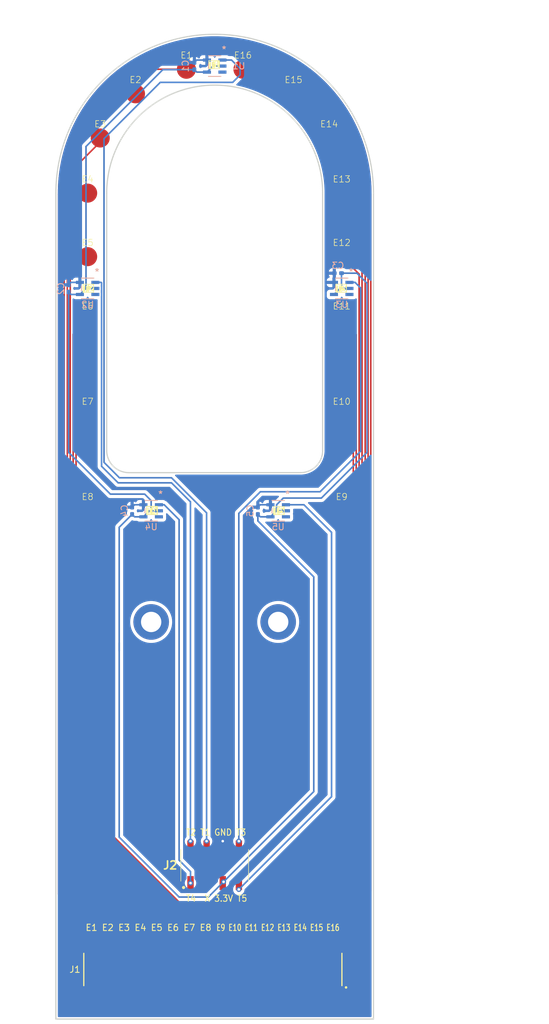
<source format=kicad_pcb>
(kicad_pcb (version 20221018) (generator pcbnew)
  (layers (0 "F.Cu" signal) (31 "B.Cu" signal) (34 "B.Paste" user) (35 "F.Paste" user) (36 "B.SilkS" user "B.Silkscreen") (37 "F.SilkS" user "F.Silkscreen") (38 "B.Mask" user) (39 "F.Mask" user) (44 "Edge.Cuts" user))
  (net 0 "")
  (net 1 "/E1")
  (net 2 "/E2")
  (net 3 "/E3")
  (net 4 "/E4")
  (net 5 "/E5")
  (net 6 "/E6")
  (net 7 "/E7")
  (net 8 "/E8")
  (net 9 "/E9")
  (net 10 "/E10")
  (net 11 "/E11")
  (net 12 "/E12")
  (net 13 "/E13")
  (net 14 "/E14")
  (net 15 "/E15")
  (net 16 "/E16")
  (net 24 "unconnected-(J1-Pad15)")
  (net 25 "unconnected-(J1-Pad17)")
  (net 26 "unconnected-(J1-Pad19)")
  (net 27 "unconnected-(J1-Pad21)")
  (net 28 "unconnected-(J1-Pad23)")
  (net 32 "unconnected-(J1-Pad31)")
  (net 38 "+3.3V")
  (net 39 "GND")
  (net 40 "/T1")
  (net 41 "/T2")
  (net 42 "/T3")
  (net 43 "/T4")
  (net 44 "/T5")
  (footprint "MasterThesis_library:Electrode" (layer "F.Cu") (at 99.2 59.1)
    (fp_text reference "E5" (at 0 -2.2 unlocked) (layer "F.SilkS") (effects (font (thickness 0.1))))
    (fp_text value "~" hide)
    (pad "1" smd circle locked (at 0 0) (size 3 3) (layers "F.Cu" "F.Paste" "F.Mask") (net 4 "/E4"))
  )
  (footprint "MountingHole:MountingHole_3.2mm_M3_DIN965_Pad" (layer "F.Cu") (at 109.2 116.6)
    (fp_text reference "H1" hide)
    (fp_text value "MountingHole" hide)
    (pad "1" thru_hole circle locked (at 0 0) (size 5.6 5.6) (drill 3.2) (layers "*.Cu" "*.Mask"))
  )
  (footprint "MasterThesis_library:Electrode" (layer "F.Cu") (at 123.65 29.601)
    (fp_text reference "E16" (at 0 -2.2 unlocked) (layer "F.SilkS") (effects (font (thickness 0.1))))
    (fp_text value "~" hide)
    (pad "1" smd circle locked (at 0 0) (size 3 3) (layers "F.Cu" "F.Paste" "F.Mask") (net 9 "/E9"))
  )
  (footprint "MasterThesis_library:Electrode" (layer "F.Cu") (at 139.2 49.1)
    (fp_text reference "E13" (at 0 -2.2 unlocked) (layer "F.SilkS") (effects (font (thickness 0.1))))
    (fp_text value "~" hide)
    (pad "1" smd circle locked (at 0 0) (size 3 3) (layers "F.Cu" "F.Paste" "F.Mask") (net 12 "/E12"))
  )
  (footprint "MasterThesis_library:SAMTEC_SSM-116-L-DV_16x2_SMD_FemaleHeader" (layer "F.Cu") (at 118.9125 171.3)
    (fp_text reference "J1" (at -21.7125 0) (layer "F.SilkS"))
    (fp_text value "SSM-116-L-DV_16x2_FemaleHeader_SMD" hide)
    (fp_line (start -20.32 2.54) (end -20.32 -2.54) (stroke (width 0.2)) (layer "F.SilkS"))
    (fp_line (start 20.32 -2.54) (end 20.32 2.54) (stroke (width 0.2)) (layer "F.SilkS"))
    (fp_circle (center 20.97 2.825) (end 21.07 2.825) (stroke (width 0.2)) (fill none) (layer "F.SilkS"))
    (pad "01" smd rect locked (at 19.05 3.2025) (size 1.3 3.755) (layers "F.Cu" "F.Paste" "F.Mask"))
    (pad "02" smd rect locked (at 19.05 -3.2025) (size 1.3 3.755) (layers "F.Cu" "F.Paste" "F.Mask") (net 9 "/E9"))
    (pad "03" smd rect locked (at 16.51 3.2025) (size 1.3 3.755) (layers "F.Cu" "F.Paste" "F.Mask"))
    (pad "04" smd rect locked (at 16.51 -3.2025) (size 1.3 3.755) (layers "F.Cu" "F.Paste" "F.Mask") (net 10 "/E10"))
    (pad "05" smd rect locked (at 13.97 3.2025) (size 1.3 3.755) (layers "F.Cu" "F.Paste" "F.Mask"))
    (pad "06" smd rect locked (at 13.97 -3.2025) (size 1.3 3.755) (layers "F.Cu" "F.Paste" "F.Mask") (net 11 "/E11"))
    (pad "07" smd rect locked (at 11.43 3.2025) (size 1.3 3.755) (layers "F.Cu" "F.Paste" "F.Mask"))
    (pad "08" smd rect locked (at 11.43 -3.2025) (size 1.3 3.755) (layers "F.Cu" "F.Paste" "F.Mask") (net 12 "/E12"))
    (pad "09" smd rect locked (at 8.89 3.2025) (size 1.3 3.755) (layers "F.Cu" "F.Paste" "F.Mask"))
    (pad "10" smd rect locked (at 8.89 -3.2025) (size 1.3 3.755) (layers "F.Cu" "F.Paste" "F.Mask") (net 13 "/E13"))
    (pad "11" smd rect locked (at 6.35 3.2025) (size 1.3 3.755) (layers "F.Cu" "F.Paste" "F.Mask"))
    (pad "12" smd rect locked (at 6.35 -3.2025) (size 1.3 3.755) (layers "F.Cu" "F.Paste" "F.Mask") (net 14 "/E14"))
    (pad "13" smd rect locked (at 3.81 3.2025) (size 1.3 3.755) (layers "F.Cu" "F.Paste" "F.Mask"))
    (pad "14" smd rect locked (at 3.81 -3.2025) (size 1.3 3.755) (layers "F.Cu" "F.Paste" "F.Mask") (net 15 "/E15"))
    (pad "15" smd rect locked (at 1.27 3.2025) (size 1.3 3.755) (layers "F.Cu" "F.Paste" "F.Mask") (net 24 "unconnected-(J1-Pad15)"))
    (pad "16" smd rect locked (at 1.27 -3.2025) (size 1.3 3.755) (layers "F.Cu" "F.Paste" "F.Mask") (net 16 "/E16"))
    (pad "17" smd rect locked (at -1.27 3.2025) (size 1.3 3.755) (layers "F.Cu" "F.Paste" "F.Mask") (net 25 "unconnected-(J1-Pad17)"))
    (pad "18" smd rect locked (at -1.27 -3.2025) (size 1.3 3.755) (layers "F.Cu" "F.Paste" "F.Mask") (net 1 "/E1"))
    (pad "19" smd rect locked (at -3.81 3.2025) (size 1.3 3.755) (layers "F.Cu" "F.Paste" "F.Mask") (net 26 "unconnected-(J1-Pad19)"))
    (pad "20" smd rect locked (at -3.81 -3.2025) (size 1.3 3.755) (layers "F.Cu" "F.Paste" "F.Mask") (net 2 "/E2"))
    (pad "21" smd rect locked (at -6.35 3.2025) (size 1.3 3.755) (layers "F.Cu" "F.Paste" "F.Mask") (net 27 "unconnected-(J1-Pad21)"))
    (pad "22" smd rect locked (at -6.35 -3.2025) (size 1.3 3.755) (layers "F.Cu" "F.Paste" "F.Mask") (net 3 "/E3"))
    (pad "23" smd rect locked (at -8.89 3.2025) (size 1.3 3.755) (layers "F.Cu" "F.Paste" "F.Mask") (net 28 "unconnected-(J1-Pad23)"))
    (pad "24" smd rect locked (at -8.89 -3.2025) (size 1.3 3.755) (layers "F.Cu" "F.Paste" "F.Mask") (net 4 "/E4"))
    (pad "25" smd rect locked (at -11.43 3.2025) (size 1.3 3.755) (layers "F.Cu" "F.Paste" "F.Mask"))
    (pad "26" smd rect locked (at -11.43 -3.2025) (size 1.3 3.755) (layers "F.Cu" "F.Paste" "F.Mask") (net 5 "/E5"))
    (pad "27" smd rect locked (at -13.97 3.2025) (size 1.3 3.755) (layers "F.Cu" "F.Paste" "F.Mask"))
    (pad "28" smd rect locked (at -13.97 -3.2025) (size 1.3 3.755) (layers "F.Cu" "F.Paste" "F.Mask") (net 6 "/E6"))
    (pad "29" smd rect locked (at -16.51 3.2025) (size 1.3 3.755) (layers "F.Cu" "F.Paste" "F.Mask"))
    (pad "30" smd rect locked (at -16.51 -3.2025) (size 1.3 3.755) (layers "F.Cu" "F.Paste" "F.Mask") (net 7 "/E7"))
    (pad "31" smd rect locked (at -19.05 3.2025) (size 1.3 3.755) (layers "F.Cu" "F.Paste" "F.Mask") (net 32 "unconnected-(J1-Pad31)"))
    (pad "32" smd rect locked (at -19.05 -3.2025) (size 1.3 3.755) (layers "F.Cu" "F.Paste" "F.Mask") (net 8 "/E8"))
  )
  (footprint "MasterThesis_library:Electrode" (layer "F.Cu") (at 131.62 33.463)
    (fp_text reference "E15" (at 0 -2.2 unlocked) (layer "F.SilkS") (effects (font (thickness 0.1))))
    (fp_text value "~" hide)
    (pad "1" smd circle locked (at 0 0) (size 3 3) (layers "F.Cu" "F.Paste" "F.Mask") (net 10 "/E10"))
  )
  (footprint "MasterThesis_library:Electrode" (layer "F.Cu") (at 114.75 29.601)
    (fp_text reference "E1" (at 0 -2.2 unlocked) (layer "F.SilkS") (effects (font (thickness 0.1))))
    (fp_text value "~" hide)
    (pad "1" smd circle locked (at 0 0) (size 3 3) (layers "F.Cu" "F.Paste" "F.Mask") (net 8 "/E8"))
  )
  (footprint "MountingHole:MountingHole_3.2mm_M3_DIN965_Pad" (layer "F.Cu") (at 129.2 116.6)
    (fp_text reference "H2" hide)
    (fp_text value "MountingHole" hide)
    (pad "1" thru_hole circle locked (at 0 0) (size 5.6 5.6) (drill 3.2) (layers "*.Cu" "*.Mask"))
  )
  (footprint "MasterThesis_library:Electrode" (layer "F.Cu") (at 139.2 59.1)
    (fp_text reference "E12" (at 0 -2.2 unlocked) (layer "F.SilkS") (effects (font (thickness 0.1))))
    (fp_text value "~" hide)
    (pad "1" smd circle locked (at 0 0) (size 3 3) (layers "F.Cu" "F.Paste" "F.Mask") (net 13 "/E13"))
  )
  (footprint "MasterThesis_library:Electrode" (layer "F.Cu") (at 99.2 99.1)
    (fp_text reference "E8" (at 0 -2.2 unlocked) (layer "F.SilkS") (effects (font (thickness 0.1))))
    (fp_text value "~" hide)
    (pad "1" smd circle locked (at 0 0) (size 3 3) (layers "F.Cu" "F.Paste" "F.Mask") (net 1 "/E1"))
  )
  (footprint "MasterThesis_library:Electrode" (layer "F.Cu") (at 99.2 49.1)
    (fp_text reference "E4" (at 0 -2.2 unlocked) (layer "F.SilkS") (effects (font (thickness 0.1))))
    (fp_text value "~" hide)
    (pad "1" smd circle locked (at 0 0) (size 3 3) (layers "F.Cu" "F.Paste" "F.Mask") (net 5 "/E5"))
  )
  (footprint "MasterThesis_library:Electrode" (layer "F.Cu") (at 139.2 84.1)
    (fp_text reference "E10" (at 0 -2.2 unlocked) (layer "F.SilkS") (effects (font (thickness 0.1))))
    (fp_text value "~" hide)
    (pad "1" smd circle locked (at 0 0) (size 3 3) (layers "F.Cu" "F.Paste" "F.Mask") (net 15 "/E15"))
  )
  (footprint "MasterThesis_library:Electrode" (layer "F.Cu") (at 99.2 84.1)
    (fp_text reference "E7" (at 0 -2.2 unlocked) (layer "F.SilkS") (effects (font (thickness 0.1))))
    (fp_text value "~" hide)
    (pad "1" smd circle locked (at 0 0) (size 3 3) (layers "F.Cu" "F.Paste" "F.Mask") (net 2 "/E2"))
  )
  (footprint "MasterThesis_library:Electrode" (layer "F.Cu") (at 106.73 33.463)
    (fp_text reference "E2" (at 0 -2.2 unlocked) (layer "F.SilkS") (effects (font (thickness 0.1))))
    (fp_text value "~" hide)
    (pad "1" smd circle locked (at 0 0) (size 3 3) (layers "F.Cu" "F.Paste" "F.Mask") (net 7 "/E7"))
  )
  (footprint "MasterThesis_library:61030821821_4x2_FemaleHeader_SMD" (layer "F.Cu") (at 119.2 154.9)
    (fp_text reference "J2" (at -7 0) (layer "F.SilkS") (effects (font (size 1.27 1.27) (thickness 0.254))))
    (fp_text value "61030821821_4x2_SMD_FemaleHeader" hide)
    (fp_line (start -5.33 -2.5) (end -5.33 2.5) (stroke (width 0.1)) (layer "F.SilkS"))
    (fp_line (start 5.33 -2.5) (end 5.33 2.5) (stroke (width 0.1)) (layer "F.SilkS"))
    (fp_circle (center -4.9 3.5) (end -4.7 3.5) (stroke (width 0.1)) (fill solid) (layer "F.SilkS"))
    (pad "1" smd rect locked (at -3.805 2.8) (size 1.01 2.2) (layers "F.Cu" "F.Paste" "F.Mask") (net 43 "/T4"))
    (pad "2" smd rect locked (at -3.81 -2.8) (size 1 2.2) (layers "F.Cu" "F.Paste" "F.Mask") (net 41 "/T2"))
    (pad "3" smd rect locked (at -1.27 2.8) (size 1 2.2) (layers "F.Cu" "F.Paste" "F.Mask"))
    (pad "4" smd rect locked (at -1.27 -2.8) (size 1 2.2) (layers "F.Cu" "F.Paste" "F.Mask") (net 40 "/T1"))
    (pad "5" smd rect locked (at 1.27 2.8) (size 1 2.2) (layers "F.Cu" "F.Paste" "F.Mask") (net 38 "+3.3V"))
    (pad "6" smd rect locked (at 1.27 -2.8) (size 1 2.2) (layers "F.Cu" "F.Paste" "F.Mask") (net 39 "GND"))
    (pad "7" smd rect locked (at 3.81 2.8) (size 1 2.2) (layers "F.Cu" "F.Paste" "F.Mask") (net 44 "/T5"))
    (pad "8" smd rect locked (at 3.81 -2.8) (size 1 2.2) (layers "F.Cu" "F.Paste" "F.Mask") (net 42 "/T3"))
  )
  (footprint "MasterThesis_library:Electrode" (layer "F.Cu") (at 99.2 69.1)
    (fp_text reference "E6" (at 0 -2.2 unlocked) (layer "F.SilkS") (effects (font (thickness 0.1))))
    (fp_text value "~" hide)
    (pad "1" smd circle locked (at 0 0) (size 3 3) (layers "F.Cu" "F.Paste" "F.Mask") (net 3 "/E3"))
  )
  (footprint "MasterThesis_library:Electrode" (layer "F.Cu") (at 137.219 40.422)
    (fp_text reference "E14" (at 0 -2.2 unlocked) (layer "F.SilkS") (effects (font (thickness 0.1))))
    (fp_text value "~" hide)
    (pad "1" smd circle locked (at 0 0) (size 3 3) (layers "F.Cu" "F.Paste" "F.Mask") (net 11 "/E11"))
  )
  (footprint "MasterThesis_library:Electrode" (layer "F.Cu") (at 139.2 99.1)
    (fp_text reference "E9" (at 0 -2.2 unlocked) (layer "F.SilkS") (effects (font (thickness 0.1))))
    (fp_text value "~" hide)
    (pad "1" smd circle locked (at 0 0) (size 3 3) (layers "F.Cu" "F.Paste" "F.Mask") (net 16 "/E16"))
  )
  (footprint "MasterThesis_library:Electrode" (layer "F.Cu") (at 101.181 40.422)
    (fp_text reference "E3" (at 0 -2.2 unlocked) (layer "F.SilkS") (effects (font (thickness 0.1))))
    (fp_text value "~" hide)
    (pad "1" smd circle locked (at 0 0) (size 3 3) (layers "F.Cu" "F.Paste" "F.Mask") (net 6 "/E6"))
  )
  (footprint "MasterThesis_library:Electrode" (layer "F.Cu") (at 139.2 69.1)
    (fp_text reference "E11" (at 0 -2.2 unlocked) (layer "F.SilkS") (effects (font (thickness 0.1))))
    (fp_text value "~" hide)
    (pad "1" smd circle locked (at 0 0) (size 3 3) (layers "F.Cu" "F.Paste" "F.Mask") (net 14 "/E14"))
  )
  (footprint "MasterThesis_library:TMP37" (layer "B.Cu") (at 109.2 99.1 180)
    (fp_text reference "U4" (at 0 -2.54 unlocked) (layer "B.SilkS") (effects (justify mirror)))
    (fp_text value "TMP37GRTZ-REEL7" hide)
    (fp_text user "*" (at -1.4732 2.601) (layer "B.SilkS") (effects (justify mirror)))
    (fp_line (start -0.9779 -1.6256) (end 0.9779 -1.6256) (stroke (width 0.1524)) (layer "B.SilkS"))
    (fp_line (start 0.9779 -0.363261) (end 0.9779 0.363261) (stroke (width 0.1524)) (layer "B.SilkS"))
    (fp_line (start 0.9779 1.6256) (end -0.9779 1.6256) (stroke (width 0.1524)) (layer "B.SilkS"))
    (pad "1" smd rect locked (at -1.2192 0.950001 180) (size 1.27 0.508) (layers "B.Cu" "B.Paste" "B.Mask") (net 43 "/T4"))
    (pad "2" smd rect locked (at -1.2192 0 180) (size 1.27 0.508) (layers "B.Cu" "B.Paste" "B.Mask") (net 38 "+3.3V"))
    (pad "3" smd rect locked (at -1.2192 -0.950001 180) (size 1.27 0.508) (layers "B.Cu" "B.Paste" "B.Mask"))
    (pad "4" smd rect locked (at 1.2192 -0.950001 180) (size 1.27 0.508) (layers "B.Cu" "B.Paste" "B.Mask") (net 38 "+3.3V"))
    (pad "5" smd rect locked (at 1.2192 0.950001 180) (size 1.27 0.508) (layers "B.Cu" "B.Paste" "B.Mask") (net 39 "GND"))
  )
  (footprint "Capacitor_SMD:C_0402_1005Metric_Pad0.74x0.62mm_HandSolder" (layer "B.Cu") (at 126 99.1 90)
    (fp_text reference "C5" (at 0 -1.2 -90) (layer "B.SilkS") (effects (justify mirror)))
    (fp_text value "C")
    (pad "1" smd roundrect (at -0.5675 0 90) (size 0.735 0.62) (layers "B.Cu" "B.Paste" "B.Mask") (net 38 "+3.3V"))
    (pad "2" smd roundrect (at 0.5675 0 90) (size 0.735 0.62) (layers "B.Cu" "B.Paste" "B.Mask") (net 39 "GND"))
  )
  (footprint "MasterThesis_library:TMP37" (layer "B.Cu") (at 119.2 29.1 180)
    (fp_text reference "U1" (at -3.8 0 unlocked) (layer "B.SilkS") (effects (justify mirror)))
    (fp_text value "TMP37GRTZ-REEL7" hide)
    (fp_text user "*" (at -1.4732 2.601) (layer "B.SilkS") (effects (justify mirror)))
    (fp_line (start -0.9779 -1.6256) (end 0.9779 -1.6256) (stroke (width 0.1524)) (layer "B.SilkS"))
    (fp_line (start 0.9779 -0.363261) (end 0.9779 0.363261) (stroke (width 0.1524)) (layer "B.SilkS"))
    (fp_line (start 0.9779 1.6256) (end -0.9779 1.6256) (stroke (width 0.1524)) (layer "B.SilkS"))
    (pad "1" smd rect locked (at -1.2192 0.950001 180) (size 1.27 0.508) (layers "B.Cu" "B.Paste" "B.Mask") (net 40 "/T1"))
    (pad "2" smd rect locked (at -1.2192 0 180) (size 1.27 0.508) (layers "B.Cu" "B.Paste" "B.Mask") (net 38 "+3.3V"))
    (pad "3" smd rect locked (at -1.2192 -0.950001 180) (size 1.27 0.508) (layers "B.Cu" "B.Paste" "B.Mask"))
    (pad "4" smd rect locked (at 1.2192 -0.950001 180) (size 1.27 0.508) (layers "B.Cu" "B.Paste" "B.Mask") (net 38 "+3.3V"))
    (pad "5" smd rect locked (at 1.2192 0.950001 180) (size 1.27 0.508) (layers "B.Cu" "B.Paste" "B.Mask") (net 39 "GND"))
  )
  (footprint "MasterThesis_library:TMP37" (layer "B.Cu") (at 99.2 64.1 180)
    (fp_text reference "U2" (at 0 -2.54 unlocked) (layer "B.SilkS") (effects (justify mirror)))
    (fp_text value "TMP37GRTZ-REEL7" hide)
    (fp_text user "*" (at -1.4732 2.601) (layer "B.SilkS") (effects (justify mirror)))
    (fp_line (start -0.9779 -1.6256) (end 0.9779 -1.6256) (stroke (width 0.1524)) (layer "B.SilkS"))
    (fp_line (start 0.9779 -0.363261) (end 0.9779 0.363261) (stroke (width 0.1524)) (layer "B.SilkS"))
    (fp_line (start 0.9779 1.6256) (end -0.9779 1.6256) (stroke (width 0.1524)) (layer "B.SilkS"))
    (pad "1" smd rect locked (at -1.2192 0.950001 180) (size 1.27 0.508) (layers "B.Cu" "B.Paste" "B.Mask") (net 41 "/T2"))
    (pad "2" smd rect locked (at -1.2192 0 180) (size 1.27 0.508) (layers "B.Cu" "B.Paste" "B.Mask") (net 38 "+3.3V"))
    (pad "3" smd rect locked (at -1.2192 -0.950001 180) (size 1.27 0.508) (layers "B.Cu" "B.Paste" "B.Mask"))
    (pad "4" smd rect locked (at 1.2192 -0.950001 180) (size 1.27 0.508) (layers "B.Cu" "B.Paste" "B.Mask") (net 38 "+3.3V"))
    (pad "5" smd rect locked (at 1.2192 0.950001 180) (size 1.27 0.508) (layers "B.Cu" "B.Paste" "B.Mask") (net 39 "GND"))
  )
  (footprint "Capacitor_SMD:C_0402_1005Metric_Pad0.74x0.62mm_HandSolder" (layer "B.Cu") (at 116 29.1 90)
    (fp_text reference "C1" (at 0 -1.4 -90) (layer "B.SilkS") (effects (justify mirror)))
    (fp_text value "C")
    (pad "1" smd roundrect (at -0.5675 0 90) (size 0.735 0.62) (layers "B.Cu" "B.Paste" "B.Mask") (net 38 "+3.3V"))
    (pad "2" smd roundrect (at 0.5675 0 90) (size 0.735 0.62) (layers "B.Cu" "B.Paste" "B.Mask") (net 39 "GND"))
  )
  (footprint "MasterThesis_library:TMP37" (layer "B.Cu") (at 129.2 99.1 180)
    (fp_text reference "U5" (at 0 -2.54 unlocked) (layer "B.SilkS") (effects (justify mirror)))
    (fp_text value "TMP37GRTZ-REEL7" hide)
    (fp_text user "*" (at -1.4732 2.601) (layer "B.SilkS") (effects (justify mirror)))
    (fp_line (start -0.9779 -1.6256) (end 0.9779 -1.6256) (stroke (width 0.1524)) (layer "B.SilkS"))
    (fp_line (start 0.9779 -0.363261) (end 0.9779 0.363261) (stroke (width 0.1524)) (layer "B.SilkS"))
    (fp_line (start 0.9779 1.6256) (end -0.9779 1.6256) (stroke (width 0.1524)) (layer "B.SilkS"))
    (pad "1" smd rect locked (at -1.2192 0.950001 180) (size 1.27 0.508) (layers "B.Cu" "B.Paste" "B.Mask") (net 44 "/T5"))
    (pad "2" smd rect locked (at -1.2192 0 180) (size 1.27 0.508) (layers "B.Cu" "B.Paste" "B.Mask") (net 38 "+3.3V"))
    (pad "3" smd rect locked (at -1.2192 -0.950001 180) (size 1.27 0.508) (layers "B.Cu" "B.Paste" "B.Mask"))
    (pad "4" smd rect locked (at 1.2192 -0.950001 180) (size 1.27 0.508) (layers "B.Cu" "B.Paste" "B.Mask") (net 38 "+3.3V"))
    (pad "5" smd rect locked (at 1.2192 0.950001 180) (size 1.27 0.508) (layers "B.Cu" "B.Paste" "B.Mask") (net 39 "GND"))
  )
  (footprint "MasterThesis_library:TMP37" (layer "B.Cu") (at 139.2 64.1 180)
    (fp_text reference "U3" (at 0 -2.54 unlocked) (layer "B.SilkS") (effects (justify mirror)))
    (fp_text value "TMP37GRTZ-REEL7" hide)
    (fp_text user "*" (at -1.4732 2.601 unlocked) (layer "B.SilkS") (effects (justify mirror)))
    (fp_line (start -0.9779 -1.6256) (end 0.9779 -1.6256) (stroke (width 0.1524)) (layer "B.SilkS"))
    (fp_line (start 0.9779 -0.363261) (end 0.9779 0.363261) (stroke (width 0.1524)) (layer "B.SilkS"))
    (fp_line (start 0.9779 1.6256) (end -0.9779 1.6256) (stroke (width 0.1524)) (layer "B.SilkS"))
    (pad "1" smd rect locked (at -1.2192 0.950001 180) (size 1.27 0.508) (layers "B.Cu" "B.Paste" "B.Mask") (net 42 "/T3"))
    (pad "2" smd rect locked (at -1.2192 0 180) (size 1.27 0.508) (layers "B.Cu" "B.Paste" "B.Mask") (net 38 "+3.3V"))
    (pad "3" smd rect locked (at -1.2192 -0.950001 180) (size 1.27 0.508) (layers "B.Cu" "B.Paste" "B.Mask"))
    (pad "4" smd rect locked (at 1.2192 -0.950001 180) (size 1.27 0.508) (layers "B.Cu" "B.Paste" "B.Mask") (net 38 "+3.3V"))
    (pad "5" smd rect locked (at 1.2192 0.950001 180) (size 1.27 0.508) (layers "B.Cu" "B.Paste" "B.Mask") (net 39 "GND"))
  )
  (footprint "Capacitor_SMD:C_0402_1005Metric_Pad0.74x0.62mm_HandSolder" (layer "B.Cu") (at 138.6 61.7 180)
    (fp_text reference "C3" (at 0 1.2) (layer "B.SilkS") (effects (justify mirror)))
    (fp_text value "C")
    (pad "1" smd roundrect (at -0.5675 0 180) (size 0.735 0.62) (layers "B.Cu" "B.Paste" "B.Mask") (net 38 "+3.3V"))
    (pad "2" smd roundrect (at 0.5675 0 180) (size 0.735 0.62) (layers "B.Cu" "B.Paste" "B.Mask") (net 39 "GND"))
  )
  (footprint "Capacitor_SMD:C_0402_1005Metric_Pad0.74x0.62mm_HandSolder" (layer "B.Cu") (at 96.2 64.1 90)
    (fp_text reference "C2" (at -0.0325 -1.2 -90) (layer "B.SilkS") (effects (justify mirror)))
    (fp_text value "C")
    (pad "1" smd roundrect (at -0.5675 0 90) (size 0.735 0.62) (layers "B.Cu" "B.Paste" "B.Mask") (net 38 "+3.3V"))
    (pad "2" smd roundrect (at 0.5675 0 90) (size 0.735 0.62) (layers "B.Cu" "B.Paste" "B.Mask") (net 39 "GND"))
  )
  (footprint "Capacitor_SMD:C_0402_1005Metric_Pad0.74x0.62mm_HandSolder" (layer "B.Cu") (at 106.2 99.1 90)
    (fp_text reference "C4" (at 0 -1.2 -90) (layer "B.SilkS") (effects (justify mirror)))
    (fp_text value "C")
    (pad "1" smd roundrect (at -0.5675 0 90) (size 0.735 0.62) (layers "B.Cu" "B.Paste" "B.Mask") (net 38 "+3.3V"))
    (pad "2" smd roundrect (at 0.5675 0 90) (size 0.735 0.62) (layers "B.Cu" "B.Paste" "B.Mask") (net 39 "GND"))
  )
  (gr_arc (start 105.7 93.1) (mid 103.225126 92.074874) (end 102.2 89.6) (stroke (width 0.2)) (layer "Edge.Cuts"))
  (gr_line (start 136.2 49.1) (end 136.2 89.6) (stroke (width 0.2)) (layer "Edge.Cuts"))
  (gr_line (start 132.7 93.1) (end 105.7 93.1) (stroke (width 0.2)) (layer "Edge.Cuts"))
  (gr_arc (start 136.2 89.6) (mid 135.174874 92.074874) (end 132.7 93.1) (stroke (width 0.2)) (layer "Edge.Cuts"))
  (gr_line (start 94.2 179.1) (end 144.2 179.1) (stroke (width 0.2)) (layer "Edge.Cuts"))
  (gr_line (start 144.2 179.1) (end 144.2 49.1) (stroke (width 0.2)) (layer "Edge.Cuts"))
  (gr_arc (start 102.2 49.1) (mid 119.2 32.1) (end 136.2 49.1) (stroke (width 0.2)) (layer "Edge.Cuts"))
  (gr_arc (start 94.2 49.1) (mid 119.2 24.1) (end 144.2 49.1) (stroke (width 0.2)) (layer "Edge.Cuts"))
  (gr_line (start 94.2 49.1) (end 94.2 179.1) (stroke (width 0.2)) (layer "Edge.Cuts"))
  (gr_line (start 102.2 89.6) (end 102.2 49.1) (stroke (width 0.2)) (layer "Edge.Cuts"))
  (gr_text "T2" (at 98.4 64.7) (layer "F.SilkS" knockout) (effects (font (size 1 1)) (justify left bottom)))
  (gr_text "T5" (at 128.4 99.7) (layer "F.SilkS" knockout) (effects (font (size 1 1)) (justify left bottom)))
  (gr_text "E9 E10 E11 E12 E13 E14 E15 E16" (at 119.4 165.3) (layer "F.SilkS") (effects (font (size 1 0.72)) (justify left bottom)))
  (gr_text "T4  X 3.3V T5" (at 114.6 160.7) (layer "F.SilkS") (effects (font (size 1 0.9)) (justify left bottom)))
  (gr_text "T4" (at 108.4 99.7) (layer "F.SilkS" knockout) (effects (font (size 1 1)) (justify left bottom)))
  (gr_text "T2 T1 GND T3" (at 114.6 150.3) (layer "F.SilkS") (effects (font (size 1 0.9)) (justify left bottom)))
  (gr_text "E1 E2 E3 E4 E5 E6 E7 E8" (at 98.8 165.3) (layer "F.SilkS") (effects (font (size 1 0.98)) (justify left bottom)))
  (gr_text "T3" (at 138.2 64.7) (layer "F.SilkS" knockout) (effects (font (size 1 1)) (justify left bottom)))
  (gr_text "T1" (at 118.2 29.5) (layer "F.SilkS" knockout) (effects (font (size 1 1)) (justify left bottom)))
  (segment (start 99.2 99.1) (end 99.2 146.3) (width 0.25) (layer "F.Cu") (net 1))
  (segment (start 117.6425 164.7425) (end 117.6425 168.0975) (width 0.25) (layer "F.Cu") (net 1))
  (segment (start 99.2 146.3) (end 117.6425 164.7425) (width 0.25) (layer "F.Cu") (net 1))
  (segment (start 97.375 147.20875) (end 115.1025 164.93625) (width 0.25) (layer "F.Cu") (net 2))
  (segment (start 115.1025 164.93625) (end 115.1025 168.0975) (width 0.25) (layer "F.Cu") (net 2))
  (segment (start 97.375 85.925) (end 97.375 147.20875) (width 0.25) (layer "F.Cu") (net 2))
  (segment (start 99.2 84.1) (end 97.375 85.925) (width 0.25) (layer "F.Cu") (net 2))
  (segment (start 96.916665 149.116665) (end 112.5625 164.7625) (width 0.25) (layer "F.Cu") (net 3))
  (segment (start 112.5625 164.7625) (end 112.5625 168.0975) (width 0.25) (layer "F.Cu") (net 3))
  (segment (start 99.2 69.1) (end 96.998 71.302) (width 0.25) (layer "F.Cu") (net 3))
  (segment (start 96.916665 71.302) (end 96.916665 149.116665) (width 0.25) (layer "F.Cu") (net 3))
  (segment (start 96.458332 61.841668) (end 96.458332 151.158332) (width 0.25) (layer "F.Cu") (net 4))
  (segment (start 96.458332 151.158332) (end 110.0225 164.7225) (width 0.25) (layer "F.Cu") (net 4))
  (segment (start 110.0225 164.7225) (end 110.0225 168.0975) (width 0.25) (layer "F.Cu") (net 4))
  (segment (start 99.2 59.1) (end 96.458332 61.841668) (width 0.25) (layer "F.Cu") (net 4))
  (segment (start 95.999999 52.300001) (end 99.2 49.1) (width 0.25) (layer "F.Cu") (net 5))
  (segment (start 107.4825 168.0975) (end 107.4825 164.7825) (width 0.25) (layer "F.Cu") (net 5))
  (segment (start 107.4825 164.7825) (end 95.999999 153.299999) (width 0.25) (layer "F.Cu") (net 5))
  (segment (start 95.999999 52.6) (end 95.999999 52.300001) (width 0.25) (layer "F.Cu") (net 5))
  (segment (start 95.999999 153.299999) (end 95.999999 52.5) (width 0.25) (layer "F.Cu") (net 5))
  (segment (start 101.181 40.422) (end 101.181 41.049716) (width 0.25) (layer "F.Cu") (net 6))
  (segment (start 104.9425 164.7425) (end 104.9425 168.0975) (width 0.25) (layer "F.Cu") (net 6))
  (segment (start 101.181 41.049716) (end 95.5 46.730716) (width 0.25) (layer "F.Cu") (net 6))
  (segment (start 95.5 46.730716) (end 95.5 155.3) (width 0.25) (layer "F.Cu") (net 6))
  (segment (start 95.5 155.3) (end 104.9425 164.7425) (width 0.25) (layer "F.Cu") (net 6))
  (segment (start 95.23867 45.743251) (end 95.391065 44.793287) (width 0.25) (layer "F.Cu") (net 7))
  (segment (start 95.046 47.700853) (end 95.047721 47.657593) (width 0.25) (layer "F.Cu") (net 7))
  (segment (start 96.523302 40.676698) (end 103.737 33.463) (width 0.25) (layer "F.Cu") (net 7))
  (segment (start 102.4025 164.7025) (end 95.046 157.346) (width 0.25) (layer "F.Cu") (net 7))
  (segment (start 95.124161 46.698519) (end 95.23867 45.743251) (width 0.25) (layer "F.Cu") (net 7))
  (segment (start 102.4025 168.0975) (end 102.4025 164.7025) (width 0.25) (layer "F.Cu") (net 7))
  (segment (start 96.373819 41.076374) (end 96.523302 40.676698) (width 0.25) (layer "F.Cu") (net 7))
  (segment (start 95.581111 43.850126) (end 95.8085 42.915269) (width 0.25) (layer "F.Cu") (net 7))
  (segment (start 103.737 33.463) (end 106.73 33.463) (width 0.25) (layer "F.Cu") (net 7))
  (segment (start 96.072873 41.990211) (end 96.373819 41.076374) (width 0.25) (layer "F.Cu") (net 7))
  (segment (start 95.046 157.346) (end 95.046 47.700853) (width 0.25) (layer "F.Cu") (net 7))
  (segment (start 95.8085 42.915269) (end 96.072873 41.990211) (width 0.25) (layer "F.Cu") (net 7))
  (segment (start 95.391065 44.793287) (end 95.581111 43.850126) (width 0.25) (layer "F.Cu") (net 7))
  (segment (start 95.047721 47.657593) (end 95.124161 46.698519) (width 0.25) (layer "F.Cu") (net 7))
  (segment (start 103.07496 30.558552) (end 102.350583 31.21427) (width 0.25) (layer "F.Cu") (net 8))
  (segment (start 103.824857 29.932132) (end 103.07496 30.558552) (width 0.25) (layer "F.Cu") (net 8))
  (segment (start 97.152699 38.250174) (end 96.738783 39.135268) (width 0.25) (layer "F.Cu") (net 8))
  (segment (start 114.749 29.6) (end 104.256218 29.6) (width 0.25) (layer "F.Cu") (net 8))
  (segment (start 94.62911 49.280246) (end 94.625 49.284315) (width 0.25) (layer "F.Cu") (net 8))
  (segment (start 97.601475 37.38224) (end 97.152699 38.250174) (width 0.25) (layer "F.Cu") (net 8))
  (segment (start 94.625 49.284315) (end 94.625 159.425) (width 0.25) (layer "F.Cu") (net 8))
  (segment (start 99.730232 34.108993) (end 99.149636 34.894893) (width 0.25) (layer "F.Cu") (net 8))
  (segment (start 94.748948 46.6611) (end 94.671317 47.635124) (width 0.25) (layer "F.Cu") (net 8))
  (segment (start 95.443953 42.818884) (end 95.213019 43.768313) (width 0.25) (layer "F.Cu") (net 8))
  (segment (start 100.982819 32.609503) (end 100.341608 33.346802) (width 0.25) (layer "F.Cu") (net 8))
  (segment (start 94.865245 45.690916) (end 94.748948 46.6611) (width 0.25) (layer "F.Cu") (net 8))
  (segment (start 96.360374 40.036136) (end 96.01809 40.951305) (width 0.25) (layer "F.Cu") (net 8))
  (segment (start 96.01809 40.951305) (end 95.712445 41.87941) (width 0.25) (layer "F.Cu") (net 8))
  (segment (start 95.213019 43.768313) (end 95.02001 44.726182) (width 0.25) (layer "F.Cu") (net 8))
  (segment (start 95.02001 44.726182) (end 94.865245 45.690916) (width 0.25) (layer "F.Cu") (net 8))
  (segment (start 98.084419 36.532804) (end 97.601475 37.38224) (width 0.25) (layer "F.Cu") (net 8))
  (segment (start 95.712445 41.87941) (end 95.443953 42.818884) (width 0.25) (layer "F.Cu") (net 8))
  (segment (start 98.600729 35.703277) (end 98.084419 36.532804) (width 0.25) (layer "F.Cu") (net 8))
  (segment (start 94.632429 48.612526) (end 94.62911 49.280246) (width 0.25) (layer "F.Cu") (net 8))
  (segment (start 100.341608 33.346802) (end 99.730232 34.108993) (width 0.25) (layer "F.Cu") (net 8))
  (segment (start 104.256218 29.6) (end 103.824857 29.932132) (width 0.25) (layer "F.Cu") (net 8))
  (segment (start 96.738783 39.135268) (end 96.360374 40.036136) (width 0.25) (layer "F.Cu") (net 8))
  (segment (start 102.350583 31.21427) (end 101.652812 31.898303) (width 0.25) (layer "F.Cu") (net 8))
  (segment (start 99.149636 34.894893) (end 98.600729 35.703277) (width 0.25) (layer "F.Cu") (net 8))
  (segment (start 101.652812 31.898303) (end 100.982819 32.609503) (width 0.25) (layer "F.Cu") (net 8))
  (segment (start 94.671317 47.635124) (end 94.632429 48.612526) (width 0.25) (layer "F.Cu") (net 8))
  (segment (start 94.625 159.425) (end 99.8625 164.6625) (width 0.25) (layer "F.Cu") (net 8))
  (segment (start 99.8625 164.6625) (end 99.8625 168.0975) (width 0.25) (layer "F.Cu") (net 8))
  (segment (start 114.75 29.601) (end 114.749 29.6) (width 0.25) (layer "F.Cu") (net 8))
  (segment (start 143.767571 48.612526) (end 143.728683 47.635124) (width 0.25) (layer "F.Cu") (net 9))
  (segment (start 137.9625 164.7375) (end 143.775 158.925) (width 0.25) (layer "F.Cu") (net 9))
  (segment (start 140.315581 36.532804) (end 139.799271 35.703277) (width 0.25) (layer "F.Cu") (net 9))
  (segment (start 143.775 49.284315) (end 143.77089 49.280246) (width 0.25) (layer "F.Cu") (net 9))
  (segment (start 143.775 158.925) (end 143.775 49.284315) (width 0.25) (layer "F.Cu") (net 9))
  (segment (start 141.247301 38.250174) (end 140.798525 37.38224) (width 0.25) (layer "F.Cu") (net 9))
  (segment (start 137.9625 168.0975) (end 137.9625 164.7375) (width 0.25) (layer "F.Cu") (net 9))
  (segment (start 138.058392 33.346802) (end 137.417181 32.609503) (width 0.25) (layer "F.Cu") (net 9))
  (segment (start 143.728683 47.635124) (end 143.651052 46.6611) (width 0.25) (layer "F.Cu") (net 9))
  (segment (start 138.669768 34.108993) (end 138.058392 33.346802) (width 0.25) (layer "F.Cu") (net 9))
  (segment (start 143.77089 49.280246) (end 143.767571 48.612526) (width 0.25) (layer "F.Cu") (net 9))
  (segment (start 143.37999 44.726182) (end 143.186981 43.768313) (width 0.25) (layer "F.Cu") (net 9))
  (segment (start 141.661217 39.135268) (end 141.247301 38.250174) (width 0.25) (layer "F.Cu") (net 9))
  (segment (start 137.417181 32.609503) (end 136.747188 31.898303) (width 0.25) (layer "F.Cu") (net 9))
  (segment (start 142.956047 42.818884) (end 142.687555 41.87941) (width 0.25) (layer "F.Cu") (net 9))
  (segment (start 134.575143 29.932132) (end 134.143782 29.6) (width 0.25) (layer "F.Cu") (net 9))
  (segment (start 136.747188 31.898303) (end 136.049417 31.21427) (width 0.25) (layer "F.Cu") (net 9))
  (segment (start 140.798525 37.38224) (end 140.315581 36.532804) (width 0.25) (layer "F.Cu") (net 9))
  (segment (start 142.38191 40.951305) (end 142.039626 40.036136) (width 0.25) (layer "F.Cu") (net 9))
  (segment (start 135.32504 30.558552) (end 134.575143 29.932132) (width 0.25) (layer "F.Cu") (net 9))
  (segment (start 142.039626 40.036136) (end 141.661217 39.135268) (width 0.25) (layer "F.Cu") (net 9))
  (segment (start 139.799271 35.703277) (end 139.250364 34.894893) (width 0.25) (layer "F.Cu") (net 9))
  (segment (start 139.250364 34.894893) (end 138.669768 34.108993) (width 0.25) (layer "F.Cu") (net 9))
  (segment (start 143.186981 43.768313) (end 142.956047 42.818884) (width 0.25) (layer "F.Cu") (net 9))
  (segment (start 143.651052 46.6611) (end 143.534755 45.690916) (width 0.25) (layer "F.Cu") (net 9))
  (segment (start 136.049417 31.21427) (end 135.32504 30.558552) (width 0.25) (layer "F.Cu") (net 9))
  (segment (start 123.651 29.6) (end 123.65 29.601) (width 0.25) (layer "F.Cu") (net 9))
  (segment (start 134.143782 29.6) (end 123.651 29.6) (width 0.25) (layer "F.Cu") (net 9))
  (segment (start 142.687555 41.87941) (end 142.38191 40.951305) (width 0.25) (layer "F.Cu") (net 9))
  (segment (start 143.534755 45.690916) (end 143.37999 44.726182) (width 0.25) (layer "F.Cu") (net 9))
  (segment (start 143.275839 46.698519) (end 143.352279 47.657593) (width 0.25) (layer "F.Cu") (net 10))
  (segment (start 143.354 47.700853) (end 143.354 156.746) (width 0.25) (layer "F.Cu") (net 10))
  (segment (start 134.663 33.463) (end 141.876698 40.676698) (width 0.25) (layer "F.Cu") (net 10))
  (segment (start 131.67 33.463) (end 134.663 33.463) (width 0.25) (layer "F.Cu") (net 10))
  (segment (start 141.876698 40.676698) (end 142.026181 41.076374) (width 0.25) (layer "F.Cu") (net 10))
  (segment (start 142.5915 42.915269) (end 142.818889 43.850126) (width 0.25) (layer "F.Cu") (net 10))
  (segment (start 142.026181 41.076374) (end 142.327127 41.990211) (width 0.25) (layer "F.Cu") (net 10))
  (segment (start 143.352279 47.657593) (end 143.354 47.700853) (width 0.25) (layer "F.Cu") (net 10))
  (segment (start 135.4225 164.6775) (end 135.4225 168.0975) (width 0.25) (layer "F.Cu") (net 10))
  (segment (start 143.16133 45.743251) (end 143.275839 46.698519) (width 0.25) (layer "F.Cu") (net 10))
  (segment (start 142.818889 43.850126) (end 143.008935 44.793287) (width 0.25) (layer "F.Cu") (net 10))
  (segment (start 142.327127 41.990211) (end 142.5915 42.915269) (width 0.25) (layer "F.Cu") (net 10))
  (segment (start 143.354 156.746) (end 135.4225 164.6775) (width 0.25) (layer "F.Cu") (net 10))
  (segment (start 143.008935 44.793287) (end 143.16133 45.743251) (width 0.25) (layer "F.Cu") (net 10))
  (segment (start 137.219 41.049716) (end 142.9 46.730716) (width 0.25) (layer "F.Cu") (net 11))
  (segment (start 137.219 40.422) (end 137.219 41.049716) (width 0.25) (layer "F.Cu") (net 11))
  (segment (start 142.9 46.730716) (end 142.9 154.8) (width 0.25) (layer "F.Cu") (net 11))
  (segment (start 142.9 154.8) (end 132.8825 164.8175) (width 0.25) (layer "F.Cu") (net 11))
  (segment (start 132.8825 164.8175) (end 132.8825 168.0975) (width 0.25) (layer "F.Cu") (net 11))
  (segment (start 130.3425 164.7575) (end 142.400001 152.699999) (width 0.25) (layer "F.Cu") (net 12))
  (segment (start 142.400001 152.699999) (end 142.400001 52.5) (width 0.25) (layer "F.Cu") (net 12))
  (segment (start 130.3425 168.0975) (end 130.3425 164.7575) (width 0.25) (layer "F.Cu") (net 12))
  (segment (start 142.400001 52.6) (end 142.400001 52.300001) (width 0.25) (layer "F.Cu") (net 12))
  (segment (start 142.400001 52.300001) (end 139.2 49.1) (width 0.25) (layer "F.Cu") (net 12))
  (segment (start 127.8025 164.6975) (end 141.941668 150.558332) (width 0.25) (layer "F.Cu") (net 13))
  (segment (start 127.8025 168.0975) (end 127.8025 164.6975) (width 0.25) (layer "F.Cu") (net 13))
  (segment (start 141.941668 61.841668) (end 139.2 59.1) (width 0.25) (layer "F.Cu") (net 13))
  (segment (start 141.941668 150.558332) (end 141.941668 61.841668) (width 0.25) (layer "F.Cu") (net 13))
  (segment (start 141.483335 148.416665) (end 125.2625 164.6375) (width 0.25) (layer "F.Cu") (net 14))
  (segment (start 125.2625 164.6375) (end 125.2625 168.0975) (width 0.25) (layer "F.Cu") (net 14))
  (segment (start 139.2 69.1) (end 141.483335 71.383335) (width 0.25) (layer "F.Cu") (net 14))
  (segment (start 141.483335 71.383335) (end 141.483335 148.416665) (width 0.25) (layer "F.Cu") (net 14))
  (segment (start 141.025 146.475) (end 122.7225 164.7775) (width 0.25) (layer "F.Cu") (net 15))
  (segment (start 141.025 85.925) (end 141.025 146.475) (width 0.25) (layer "F.Cu") (net 15))
  (segment (start 122.7225 164.7775) (end 122.7225 168.0975) (width 0.25) (layer "F.Cu") (net 15))
  (segment (start 139.2 84.1) (end 141.025 85.925) (width 0.25) (layer "F.Cu") (net 15))
  (segment (start 139.2 99.1) (end 139.2 145.7) (width 0.25) (layer "F.Cu") (net 16))
  (segment (start 139.2 145.7) (end 120.1825 164.7175) (width 0.25) (layer "F.Cu") (net 16))
  (segment (start 120.1825 164.7175) (end 120.1825 168.0975) (width 0.25) (layer "F.Cu") (net 16))
  (segment (start 120.470001 173.529999) (end 120.470001 173.635001) (width 0.25) (layer "F.Cu") (net 24))
  (segment (start 117.929999 173.529999) (end 117.929999 173.635001) (width 0.25) (layer "F.Cu") (net 25))
  (segment (start 115.39 173.635) (end 115.39 173.26) (width 0.25) (layer "F.Cu") (net 26))
  (segment (start 112.849999 173.26) (end 112.849999 173.383158) (width 0.25) (layer "F.Cu") (net 27))
  (segment (start 110.31 173.259999) (end 110.259999 173.259999) (width 0.25) (layer "F.Cu") (net 28))
  (segment (start 100.15 173.25) (end 100.15 173.26) (width 0.25) (layer "F.Cu") (net 32))
  (via (at 120.6 157.5) (size 0.8) (drill 0.4) (layers "F.Cu" "B.Cu") (net 38))
  (segment (start 102.777 96.477) (end 108.177 96.477) (width 0.25) (layer "B.Cu") (net 38))
  (segment (start 106.582501 100.050001) (end 106.2 99.6675) (width 0.25) (layer "B.Cu") (net 38))
  (segment (start 134.8 109.5) (end 126 100.7) (width 0.25) (layer "B.Cu") (net 38))
  (segment (start 143.2 63.3) (end 141.6 61.7) (width 0.25) (layer "B.Cu") (net 38))
  (segment (start 98.930801 41.769199) (end 98.9408 41.779198) (width 0.25) (layer "B.Cu") (net 38))
  (segment (start 128.9408 98.1592) (end 130 97.1) (width 0.25) (layer "B.Cu") (net 38))
  (segment (start 117.9808 30.050001) (end 118.930801 29.1) (width 0.25) (layer "B.Cu") (net 38))
  (segment (start 108.930801 99.1) (end 109.2 99.1) (width 0.25) (layer "B.Cu") (net 38))
  (segment (start 126 100.7) (end 126 99.6675) (width 0.25) (layer "B.Cu") (net 38))
  (segment (start 143.2 89.9) (end 143.2 63.3) (width 0.25) (layer "B.Cu") (net 38))
  (segment (start 116.382501 30.050001) (end 116 29.6675) (width 0.25) (layer "B.Cu") (net 38))
  (segment (start 139.404199 64.1) (end 140.4192 64.1) (width 0.25) (layer "B.Cu") (net 38))
  (segment (start 107.9808 100.050001) (end 106.582501 100.050001) (width 0.25) (layer "B.Cu") (net 38))
  (segment (start 117.9808 30.050001) (end 116.382501 30.050001) (width 0.25) (layer "B.Cu") (net 38))
  (segment (start 104.1675 150.4675) (end 113.6 159.9) (width 0.25) (layer "B.Cu") (net 38))
  (segment (start 128.865401 99.165401) (end 128.930801 99.1) (width 0.25) (layer "B.Cu") (net 38))
  (segment (start 127.9808 100.050001) (end 128.865401 99.165401) (width 0.25) (layer "B.Cu") (net 38))
  (segment (start 98.9408 41.779198) (end 98.9408 64.090001) (width 0.25) (layer "B.Cu") (net 38))
  (segment (start 108.177 96.477) (end 109.2 97.5) (width 0.25) (layer "B.Cu") (net 38))
  (segment (start 130 97.1) (end 136 97.1) (width 0.25) (layer "B.Cu") (net 38))
  (segment (start 120.6 157.5) (end 134.8 143.3) (width 0.25) (layer "B.Cu") (net 38))
  (segment (start 141.6 61.7) (end 139.1675 61.7) (width 0.25) (layer "B.Cu") (net 38))
  (segment (start 98.930801 64.1) (end 100.4192 64.1) (width 0.25) (layer "B.Cu") (net 38))
  (segment (start 97.9808 65.050001) (end 98.930801 64.1) (width 0.25) (layer "B.Cu") (net 38))
  (segment (start 134.8 143.3) (end 134.8 109.5) (width 0.25) (layer "B.Cu") (net 38))
  (segment (start 137.9808 65.050001) (end 139.1675 63.863301) (width 0.25) (layer "B.Cu") (net 38))
  (segment (start 136 97.1) (end 143.2 89.9) (width 0.25) (layer "B.Cu") (net 38))
  (segment (start 107.9808 100.050001) (end 108.930801 99.1) (width 0.25) (layer "B.Cu") (net 38))
  (segment (start 104.1675 121.1325) (end 104.1675 101.7) (width 0.25) (layer "B.Cu") (net 38))
  (segment (start 111.0325 29.6675) (end 98.930801 41.769199) (width 0.25) (layer "B.Cu") (net 38))
  (segment (start 116 29.6675) (end 111.0325 29.6675) (width 0.25) (layer "B.Cu") (net 38))
  (segment (start 118.2 159.9) (end 120.6 157.5) (width 0.25) (layer "B.Cu") (net 38))
  (segment (start 113.6 159.9) (end 118.2 159.9) (width 0.25) (layer "B.Cu") (net 38))
  (segment (start 118.930801 29.1) (end 120.4192 29.1) (width 0.25) (layer "B.Cu") (net 38))
  (segment (start 126.382501 100.050001) (end 126.31625 99.98375) (width 0.25) (layer "B.Cu") (net 38))
  (segment (start 96.2 89.9) (end 102.777 96.477) (width 0.25) (layer "B.Cu") (net 38))
  (segment (start 127.9808 100.050001) (end 126.382501 100.050001) (width 0.25) (layer "B.Cu") (net 38))
  (segment (start 128.9408 99.090002) (end 128.9408 98.1592) (width 0.25) (layer "B.Cu") (net 38))
  (segment (start 96.582501 65.050001) (end 96.2 64.6675) (width 0.25) (layer "B.Cu") (net 38))
  (segment (start 109.2 99.1) (end 110.4192 99.1) (width 0.25) (layer "B.Cu") (net 38))
  (segment (start 128.930801 99.1) (end 130.4192 99.1) (width 0.25) (layer "B.Cu") (net 38))
  (segment (start 104.1675 101.7) (end 106.2 99.6675) (width 0.25) (layer "B.Cu") (net 38))
  (segment (start 128.865401 99.165401) (end 128.9408 99.090002) (width 0.25) (layer "B.Cu") (net 38))
  (segment (start 97.9808 65.050001) (end 96.582501 65.050001) (width 0.25) (layer "B.Cu") (net 38))
  (segment (start 139.1675 63.863301) (end 139.404199 64.1) (width 0.25) (layer "B.Cu") (net 38))
  (segment (start 139.1675 63.7) (end 139.1675 61.7) (width 0.25) (layer "B.Cu") (net 38))
  (segment (start 139.1675 63.863301) (end 139.1675 63.7) (width 0.25) (layer "B.Cu") (net 38))
  (segment (start 96.2 64.6675) (end 96.2 89.9) (width 0.25) (layer "B.Cu") (net 38))
  (segment (start 109.2 97.5) (end 109.2 99.1) (width 0.25) (layer "B.Cu") (net 38))
  (segment (start 126.31625 99.98375) (end 126 99.6675) (width 0.25) (layer "B.Cu") (net 38))
  (segment (start 98.9408 64.090001) (end 98.930801 64.1) (width 0.25) (layer "B.Cu") (net 38))
  (segment (start 104.1675 119.9) (end 104.1675 150.4675) (width 0.25) (layer "B.Cu") (net 38))
  (via (at 120.47 151.1) (size 0.8) (drill 0.4) (layers "F.Cu" "B.Cu") (net 39))
  (segment (start 106.582501 98.149999) (end 106.2 98.5325) (width 0.25) (layer "B.Cu") (net 39))
  (segment (start 117.9808 28.149999) (end 116.382501 28.149999) (width 0.25) (layer "B.Cu") (net 39))
  (segment (start 97.9808 63.149999) (end 96.582501 63.149999) (width 0.25) (layer "B.Cu") (net 39))
  (segment (start 127.9808 98.149999) (end 126.382501 98.149999) (width 0.25) (layer "B.Cu") (net 39))
  (segment (start 116.382501 28.149999) (end 116 28.5325) (width 0.25) (layer "B.Cu") (net 39))
  (segment (start 126.382501 98.149999) (end 126 98.5325) (width 0.25) (layer "B.Cu") (net 39))
  (segment (start 138.0325 63.098299) (end 137.9808 63.149999) (width 0.25) (layer "B.Cu") (net 39))
  (segment (start 138.0325 61.7) (end 138.0325 63.098299) (width 0.25) (layer "B.Cu") (net 39))
  (segment (start 96.582501 63.149999) (end 96.2 63.5325) (width 0.25) (layer "B.Cu") (net 39))
  (segment (start 107.9808 98.149999) (end 106.582501 98.149999) (width 0.25) (layer "B.Cu") (net 39))
  (via (at 117.925001 151.1) (size 0.8) (drill 0.4) (layers "F.Cu" "B.Cu") (net 40))
  (segment (start 110.632588 31.667412) (end 101.775 40.525) (width 0.25) (layer "B.Cu") (net 40))
  (segment (start 104.2 93.9) (end 112.4 93.9) (width 0.25) (layer "B.Cu") (net 40))
  (segment (start 122.032588 31.667412) (end 110.632588 31.667412) (width 0.25) (layer "B.Cu") (net 40))
  (segment (start 123.2 30.5) (end 122.032588 31.667412) (width 0.25) (layer "B.Cu") (net 40))
  (segment (start 120.4192 28.149999) (end 121.849999 28.149999) (width 0.25) (layer "B.Cu") (net 40))
  (segment (start 101.775 40.525) (end 101.775 91.475) (width 0.25) (layer "B.Cu") (net 40))
  (segment (start 112.4 93.9) (end 117.925001 99.425001) (width 0.25) (layer "B.Cu") (net 40))
  (segment (start 123.2 29.5) (end 123.2 30.5) (width 0.25) (layer "B.Cu") (net 40))
  (segment (start 101.775 91.475) (end 104.2 93.9) (width 0.25) (layer "B.Cu") (net 40))
  (segment (start 121.849999 28.149999) (end 123.2 29.5) (width 0.25) (layer "B.Cu") (net 40))
  (segment (start 117.925001 99.425001) (end 117.925001 151.1) (width 0.25) (layer "B.Cu") (net 40))
  (via (at 115.384999 151.099999) (size 0.8) (drill 0.4) (layers "F.Cu" "B.Cu") (net 41))
  (segment (start 100.4192 63.149999) (end 101.3042 63.149999) (width 0.25) (layer "B.Cu") (net 41))
  (segment (start 101.390707 63.236506) (end 101.390707 92.090707) (width 0.25) (layer "B.Cu") (net 41))
  (segment (start 104 94.7) (end 112.4 94.7) (width 0.25) (layer "B.Cu") (net 41))
  (segment (start 101.3042 63.149999) (end 101.390707 63.236506) (width 0.25) (layer "B.Cu") (net 41))
  (segment (start 101.390707 92.090707) (end 104 94.7) (width 0.25) (layer "B.Cu") (net 41))
  (segment (start 112.4 94.7) (end 115.384999 97.684999) (width 0.25) (layer "B.Cu") (net 41))
  (segment (start 115.384999 97.684999) (end 115.384999 151.099999) (width 0.25) (layer "B.Cu") (net 41))
  (via (at 123.005 151.099998) (size 0.8) (drill 0.4) (layers "F.Cu" "B.Cu") (net 42))
  (segment (start 123 99.5) (end 123 151.094998) (width 0.25) (layer "B.Cu") (net 42))
  (segment (start 141.3042 63.149999) (end 142.2 64.045799) (width 0.25) (layer "B.Cu") (net 42))
  (segment (start 140.4192 63.149999) (end 141.3042 63.149999) (width 0.25) (layer "B.Cu") (net 42))
  (segment (start 142.2 64.045799) (end 142.2 89.7) (width 0.25) (layer "B.Cu") (net 42))
  (segment (start 123 151.094998) (end 123.005 151.099998) (width 0.25) (layer "B.Cu") (net 42))
  (segment (start 135.8 96.1) (end 126.4 96.1) (width 0.25) (layer "B.Cu") (net 42))
  (segment (start 142.2 89.7) (end 135.8 96.1) (width 0.25) (layer "B.Cu") (net 42))
  (segment (start 126.4 96.1) (end 123 99.5) (width 0.25) (layer "B.Cu") (net 42))
  (via (at 115.395 157.7) (size 0.8) (drill 0.4) (layers "F.Cu" "B.Cu") (net 43))
  (segment (start 113.6 100.5) (end 111.249999 98.149999) (width 0.25) (layer "B.Cu") (net 43))
  (segment (start 111.249999 98.149999) (end 110.4192 98.149999) (width 0.25) (layer "B.Cu") (net 43))
  (segment (start 115.395 157.7) (end 115.395 155.895) (width 0.25) (layer "B.Cu") (net 43))
  (segment (start 113.6 154.1) (end 113.6 100.5) (width 0.25) (layer "B.Cu") (net 43))
  (segment (start 115.395 155.895) (end 113.6 154.1) (width 0.25) (layer "B.Cu") (net 43))
  (via (at 123 158.699998) (size 0.8) (drill 0.4) (layers "F.Cu" "B.Cu") (net 44))
  (segment (start 123 158.699998) (end 137.6 144.099998) (width 0.25) (layer "B.Cu") (net 44))
  (segment (start 133.249999 98.149999) (end 130.4192 98.149999) (width 0.25) (layer "B.Cu") (net 44))
  (segment (start 137.6 102.5) (end 133.249999 98.149999) (width 0.25) (layer "B.Cu") (net 44))
  (segment (start 137.6 144.099998) (end 137.6 102.5) (width 0.25) (layer "B.Cu") (net 44))
  (zone (net 39) (net_name "GND") (layer "B.Cu") (connect_pads (clearance 0.5)) (min_thickness 0.25) (fill yes (thermal_gap 0.5) (thermal_bridge_width 0.5))
    (polygon (pts (xy 85.4 179.9) (xy 151.6 179.9) (xy 151.4 18.7) (xy 85.4 18.9)))
  )
)
</source>
